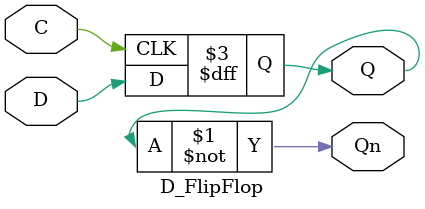
<source format=v>
`timescale 1ns / 1ps


module D_FlipFlop(
    input       D, C,
    output reg  Q,
    output      Qn
    );
    
    assign Qn = ~Q;
    
    always @(posedge C) begin
        Q=D;
    end
    
endmodule

</source>
